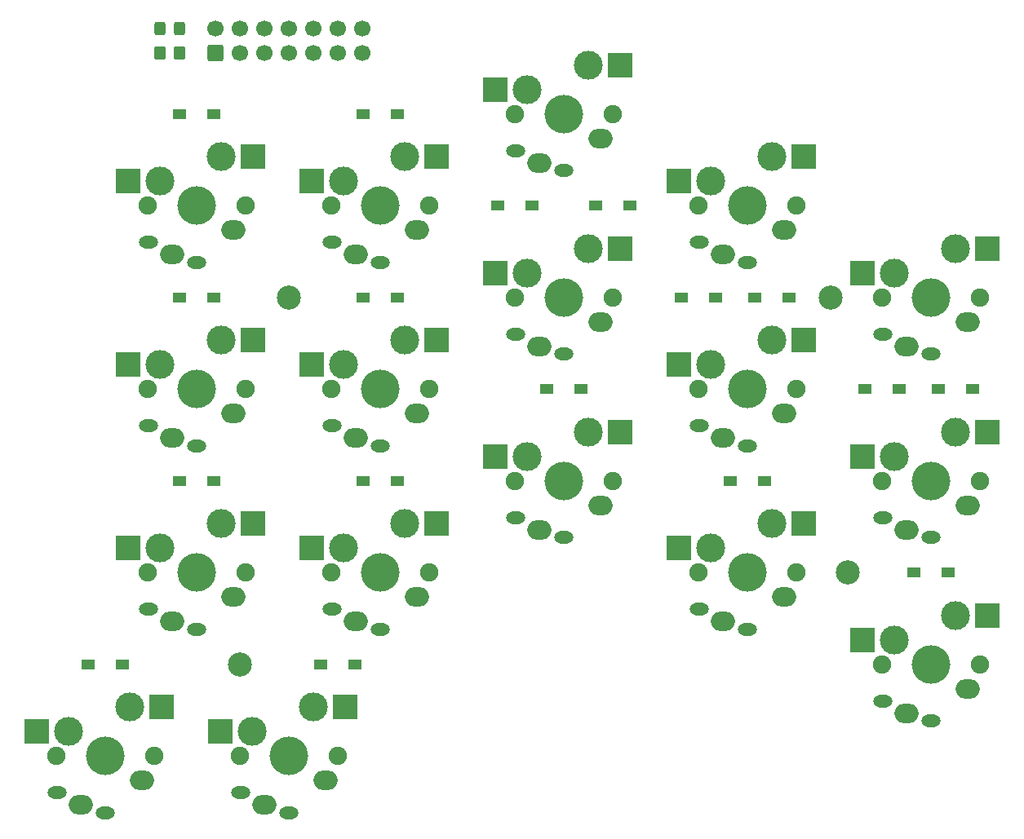
<source format=gbs>
%TF.GenerationSoftware,KiCad,Pcbnew,(6.0.5-0)*%
%TF.CreationDate,2022-06-17T02:21:22+08:00*%
%TF.ProjectId,Pragmatic,50726167-6d61-4746-9963-2e6b69636164,3.1*%
%TF.SameCoordinates,PX63ebd58PY3f96138*%
%TF.FileFunction,Soldermask,Bot*%
%TF.FilePolarity,Negative*%
%FSLAX46Y46*%
G04 Gerber Fmt 4.6, Leading zero omitted, Abs format (unit mm)*
G04 Created by KiCad (PCBNEW (6.0.5-0)) date 2022-06-17 02:21:22*
%MOMM*%
%LPD*%
G01*
G04 APERTURE LIST*
G04 Aperture macros list*
%AMRoundRect*
0 Rectangle with rounded corners*
0 $1 Rounding radius*
0 $2 $3 $4 $5 $6 $7 $8 $9 X,Y pos of 4 corners*
0 Add a 4 corners polygon primitive as box body*
4,1,4,$2,$3,$4,$5,$6,$7,$8,$9,$2,$3,0*
0 Add four circle primitives for the rounded corners*
1,1,$1+$1,$2,$3*
1,1,$1+$1,$4,$5*
1,1,$1+$1,$6,$7*
1,1,$1+$1,$8,$9*
0 Add four rect primitives between the rounded corners*
20,1,$1+$1,$2,$3,$4,$5,0*
20,1,$1+$1,$4,$5,$6,$7,0*
20,1,$1+$1,$6,$7,$8,$9,0*
20,1,$1+$1,$8,$9,$2,$3,0*%
G04 Aperture macros list end*
%ADD10RoundRect,0.250000X0.600000X-0.600000X0.600000X0.600000X-0.600000X0.600000X-0.600000X-0.600000X0*%
%ADD11C,1.700000*%
%ADD12C,4.000000*%
%ADD13C,1.900000*%
%ADD14C,3.000000*%
%ADD15R,2.550000X2.500000*%
%ADD16O,2.500000X2.000000*%
%ADD17O,2.000000X1.300000*%
%ADD18C,2.500000*%
%ADD19R,1.400000X1.000000*%
%ADD20RoundRect,0.250000X0.325000X0.450000X-0.325000X0.450000X-0.325000X-0.450000X0.325000X-0.450000X0*%
%ADD21RoundRect,0.250000X0.350000X0.450000X-0.350000X0.450000X-0.350000X-0.450000X0.350000X-0.450000X0*%
G04 APERTURE END LIST*
D10*
%TO.C,J1*%
X-36195000Y25400000D03*
D11*
X-36195000Y27940000D03*
X-33655000Y25400000D03*
X-33655000Y27940000D03*
X-31115000Y25400000D03*
X-31115000Y27940000D03*
X-28575000Y25400000D03*
X-28575000Y27940000D03*
X-26035000Y25400000D03*
X-26035000Y27940000D03*
X-23495000Y25400000D03*
X-23495000Y27940000D03*
X-20955000Y25400000D03*
X-20955000Y27940000D03*
%TD*%
D12*
%TO.C,SW1*%
X-38100000Y9525000D03*
D13*
X-33020000Y9525000D03*
D14*
X-41910000Y12065000D03*
D12*
X-38100000Y9525000D03*
D14*
X-35560000Y14605000D03*
D13*
X-43180000Y9525000D03*
D15*
X-45185000Y12065000D03*
D16*
X-40640000Y4445000D03*
D17*
X-43100000Y5725000D03*
X-38100000Y3625000D03*
D15*
X-32258000Y14605000D03*
D16*
X-34290000Y6985000D03*
%TD*%
D13*
%TO.C,SW7*%
X-13970000Y-9525000D03*
D14*
X-16510000Y-4445000D03*
X-22860000Y-6985000D03*
D12*
X-19050000Y-9525000D03*
D13*
X-24130000Y-9525000D03*
D12*
X-19050000Y-9525000D03*
D16*
X-21590000Y-14605000D03*
D15*
X-26135000Y-6985000D03*
D17*
X-24050000Y-13325000D03*
D15*
X-13208000Y-4445000D03*
D16*
X-15240000Y-12065000D03*
D17*
X-19050000Y-15425000D03*
%TD*%
D13*
%TO.C,SW8*%
X5080000Y0D03*
X-5080000Y0D03*
D12*
X0Y0D03*
X0Y0D03*
D14*
X-3810000Y2540000D03*
X2540000Y5080000D03*
D17*
X-5000000Y-3800000D03*
D15*
X-7085000Y2540000D03*
D16*
X-2540000Y-5080000D03*
D17*
X0Y-5900000D03*
D15*
X5842000Y5080000D03*
D16*
X3810000Y-2540000D03*
%TD*%
D14*
%TO.C,SW2*%
X-22860000Y12065000D03*
D12*
X-19050000Y9525000D03*
D13*
X-24130000Y9525000D03*
X-13970000Y9525000D03*
D12*
X-19050000Y9525000D03*
D14*
X-16510000Y14605000D03*
D15*
X-26135000Y12065000D03*
D17*
X-24050000Y5725000D03*
D16*
X-21590000Y4445000D03*
X-15240000Y6985000D03*
D15*
X-13208000Y14605000D03*
D17*
X-19050000Y3625000D03*
%TD*%
D13*
%TO.C,SW3*%
X5080000Y19050000D03*
D14*
X-3810000Y21590000D03*
D12*
X0Y19050000D03*
X0Y19050000D03*
D13*
X-5080000Y19050000D03*
D14*
X2540000Y24130000D03*
D17*
X-5000000Y15250000D03*
D16*
X-2540000Y13970000D03*
D15*
X-7085000Y21590000D03*
X5842000Y24130000D03*
D17*
X0Y13150000D03*
D16*
X3810000Y16510000D03*
%TD*%
D13*
%TO.C,SW4*%
X24130000Y9525000D03*
X13970000Y9525000D03*
D12*
X19050000Y9525000D03*
D14*
X21590000Y14605000D03*
X15240000Y12065000D03*
D12*
X19050000Y9525000D03*
D15*
X11965000Y12065000D03*
D16*
X16510000Y4445000D03*
D17*
X14050000Y5725000D03*
D16*
X22860000Y6985000D03*
D15*
X24892000Y14605000D03*
D17*
X19050000Y3625000D03*
%TD*%
D14*
%TO.C,SW5*%
X34290000Y2540000D03*
X40640000Y5080000D03*
D13*
X43180000Y0D03*
X33020000Y0D03*
D12*
X38100000Y0D03*
X38100000Y0D03*
D15*
X31015000Y2540000D03*
D16*
X35560000Y-5080000D03*
D17*
X33100000Y-3800000D03*
X38100000Y-5900000D03*
D16*
X41910000Y-2540000D03*
D15*
X43942000Y5080000D03*
%TD*%
D12*
%TO.C,SW6*%
X-38100000Y-9525000D03*
D14*
X-41910000Y-6985000D03*
D13*
X-43180000Y-9525000D03*
D12*
X-38100000Y-9525000D03*
D14*
X-35560000Y-4445000D03*
D13*
X-33020000Y-9525000D03*
D17*
X-43100000Y-13325000D03*
D16*
X-40640000Y-14605000D03*
D15*
X-45185000Y-6985000D03*
D16*
X-34290000Y-12065000D03*
D17*
X-38100000Y-15425000D03*
D15*
X-32258000Y-4445000D03*
%TD*%
D14*
%TO.C,SW9*%
X21590000Y-4445000D03*
D13*
X24130000Y-9525000D03*
D12*
X19050000Y-9525000D03*
X19050000Y-9525000D03*
D14*
X15240000Y-6985000D03*
D13*
X13970000Y-9525000D03*
D16*
X16510000Y-14605000D03*
D15*
X11965000Y-6985000D03*
D17*
X14050000Y-13325000D03*
D16*
X22860000Y-12065000D03*
D15*
X24892000Y-4445000D03*
D17*
X19050000Y-15425000D03*
%TD*%
D14*
%TO.C,SW10*%
X34290000Y-16510000D03*
D13*
X43180000Y-19050000D03*
X33020000Y-19050000D03*
D12*
X38100000Y-19050000D03*
D14*
X40640000Y-13970000D03*
D12*
X38100000Y-19050000D03*
D16*
X35560000Y-24130000D03*
D15*
X31015000Y-16510000D03*
D17*
X33100000Y-22850000D03*
D15*
X43942000Y-13970000D03*
D17*
X38100000Y-24950000D03*
D16*
X41910000Y-21590000D03*
%TD*%
D12*
%TO.C,SW11*%
X-38100000Y-28575000D03*
D13*
X-33020000Y-28575000D03*
D14*
X-41910000Y-26035000D03*
D13*
X-43180000Y-28575000D03*
D12*
X-38100000Y-28575000D03*
D14*
X-35560000Y-23495000D03*
D16*
X-40640000Y-33655000D03*
D15*
X-45185000Y-26035000D03*
D17*
X-43100000Y-32375000D03*
X-38100000Y-34475000D03*
D15*
X-32258000Y-23495000D03*
D16*
X-34290000Y-31115000D03*
%TD*%
D14*
%TO.C,SW12*%
X-22860000Y-26035000D03*
X-16510000Y-23495000D03*
D13*
X-24130000Y-28575000D03*
D12*
X-19050000Y-28575000D03*
X-19050000Y-28575000D03*
D13*
X-13970000Y-28575000D03*
D16*
X-21590000Y-33655000D03*
D15*
X-26135000Y-26035000D03*
D17*
X-24050000Y-32375000D03*
X-19050000Y-34475000D03*
D16*
X-15240000Y-31115000D03*
D15*
X-13208000Y-23495000D03*
%TD*%
D13*
%TO.C,SW13*%
X-5080000Y-19050000D03*
X5080000Y-19050000D03*
D14*
X2540000Y-13970000D03*
D12*
X0Y-19050000D03*
D14*
X-3810000Y-16510000D03*
D12*
X0Y-19050000D03*
D15*
X-7085000Y-16510000D03*
D16*
X-2540000Y-24130000D03*
D17*
X-5000000Y-22850000D03*
X0Y-24950000D03*
D16*
X3810000Y-21590000D03*
D15*
X5842000Y-13970000D03*
%TD*%
D14*
%TO.C,SW14*%
X15240000Y-26035000D03*
D12*
X19050000Y-28575000D03*
X19050000Y-28575000D03*
D13*
X13970000Y-28575000D03*
D14*
X21590000Y-23495000D03*
D13*
X24130000Y-28575000D03*
D15*
X11965000Y-26035000D03*
D16*
X16510000Y-33655000D03*
D17*
X14050000Y-32375000D03*
D16*
X22860000Y-31115000D03*
D17*
X19050000Y-34475000D03*
D15*
X24892000Y-23495000D03*
%TD*%
D14*
%TO.C,SW15*%
X40640000Y-33020000D03*
X34290000Y-35560000D03*
D12*
X38100000Y-38100000D03*
D13*
X43180000Y-38100000D03*
D12*
X38100000Y-38100000D03*
D13*
X33020000Y-38100000D03*
D16*
X35560000Y-43180000D03*
D15*
X31015000Y-35560000D03*
D17*
X33100000Y-41900000D03*
X38100000Y-44000000D03*
D15*
X43942000Y-33020000D03*
D16*
X41910000Y-40640000D03*
%TD*%
D13*
%TO.C,SW16*%
X-52705000Y-47625000D03*
D12*
X-47625000Y-47625000D03*
D13*
X-42545000Y-47625000D03*
D14*
X-45085000Y-42545000D03*
X-51435000Y-45085000D03*
D12*
X-47625000Y-47625000D03*
D15*
X-54710000Y-45085000D03*
D16*
X-50165000Y-52705000D03*
D17*
X-52625000Y-51425000D03*
D15*
X-41783000Y-42545000D03*
D16*
X-43815000Y-50165000D03*
D17*
X-47625000Y-53525000D03*
%TD*%
D12*
%TO.C,SW17*%
X-28575000Y-47625000D03*
D14*
X-32385000Y-45085000D03*
D12*
X-28575000Y-47625000D03*
D14*
X-26035000Y-42545000D03*
D13*
X-23495000Y-47625000D03*
X-33655000Y-47625000D03*
D17*
X-33575000Y-51425000D03*
D15*
X-35660000Y-45085000D03*
D16*
X-31115000Y-52705000D03*
D15*
X-22733000Y-42545000D03*
D17*
X-28575000Y-53525000D03*
D16*
X-24765000Y-50165000D03*
%TD*%
D18*
%TO.C,H1*%
X-28575000Y0D03*
%TD*%
%TO.C,H2*%
X27686000Y0D03*
%TD*%
%TO.C,H3*%
X-33655000Y-38100000D03*
%TD*%
%TO.C,H4*%
X29464000Y-28575000D03*
%TD*%
D19*
%TO.C,D1*%
X-36325000Y19050000D03*
X-39875000Y19050000D03*
%TD*%
%TO.C,D7*%
X-17275000Y0D03*
X-20825000Y0D03*
%TD*%
%TO.C,D8*%
X6855000Y9525000D03*
X3305000Y9525000D03*
%TD*%
%TO.C,D2*%
X-17275000Y19050000D03*
X-20825000Y19050000D03*
%TD*%
%TO.C,D3*%
X-3305000Y9525000D03*
X-6855000Y9525000D03*
%TD*%
%TO.C,D4*%
X15745000Y0D03*
X12195000Y0D03*
%TD*%
%TO.C,D5*%
X34795000Y-9525000D03*
X31245000Y-9525000D03*
%TD*%
%TO.C,D6*%
X-36325000Y0D03*
X-39875000Y0D03*
%TD*%
%TO.C,D9*%
X23365000Y0D03*
X19815000Y0D03*
%TD*%
%TO.C,D10*%
X42415000Y-9525000D03*
X38865000Y-9525000D03*
%TD*%
%TO.C,D11*%
X-36325000Y-19050000D03*
X-39875000Y-19050000D03*
%TD*%
%TO.C,D12*%
X-17275000Y-19050000D03*
X-20825000Y-19050000D03*
%TD*%
%TO.C,D13*%
X1775000Y-9525000D03*
X-1775000Y-9525000D03*
%TD*%
%TO.C,D14*%
X20825000Y-19050000D03*
X17275000Y-19050000D03*
%TD*%
%TO.C,D15*%
X39875000Y-28575000D03*
X36325000Y-28575000D03*
%TD*%
%TO.C,D16*%
X-45850000Y-38100000D03*
X-49400000Y-38100000D03*
%TD*%
%TO.C,D17*%
X-21720000Y-38100000D03*
X-25270000Y-38100000D03*
%TD*%
D20*
%TO.C,D18*%
X-39860000Y27940000D03*
X-41910000Y27940000D03*
%TD*%
D21*
%TO.C,R1*%
X-39885000Y25400000D03*
X-41885000Y25400000D03*
%TD*%
M02*

</source>
